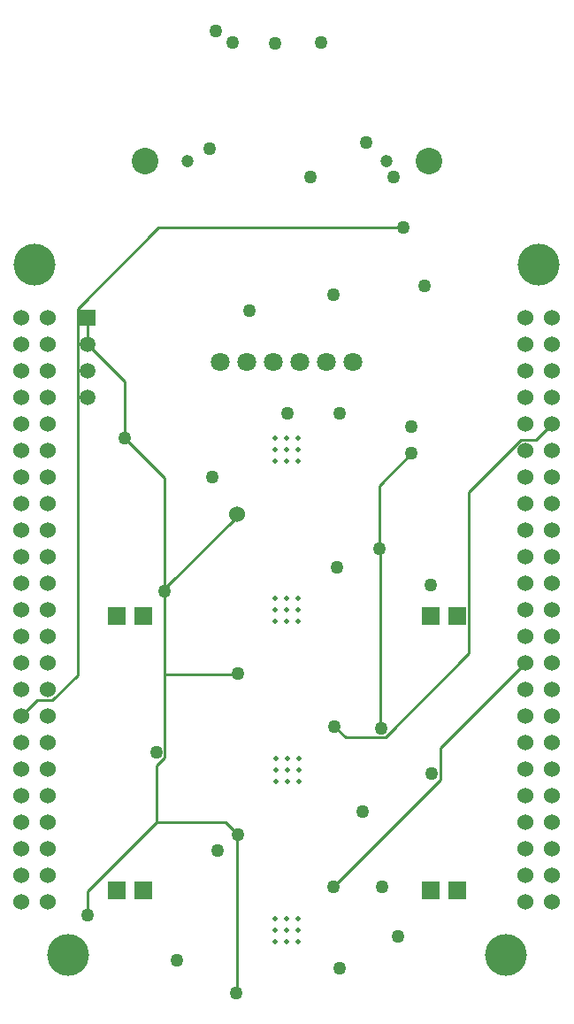
<source format=gbr>
G04 Layer_Physical_Order=3*
G04 Layer_Color=36540*
%FSLAX26Y26*%
%MOIN*%
%TF.FileFunction,Copper,L3,Inr,Signal*%
%TF.Part,Single*%
G01*
G75*
%TA.AperFunction,Conductor*%
%ADD12C,0.010000*%
%TA.AperFunction,ComponentPad*%
%ADD13C,0.157480*%
%ADD14C,0.060000*%
%TA.AperFunction,ViaPad*%
%ADD15C,0.060000*%
%TA.AperFunction,ComponentPad*%
%ADD16C,0.100000*%
%ADD17C,0.047000*%
%ADD18R,0.059055X0.059055*%
%ADD19C,0.059055*%
%ADD20R,0.070866X0.070866*%
%ADD21C,0.070866*%
%TA.AperFunction,ViaPad*%
%ADD22C,0.050000*%
%ADD23C,0.019685*%
D12*
X1251386Y-1541888D02*
X1255694Y-1546196D01*
X711023Y-1949543D02*
X714566Y-1946000D01*
X707480Y-2544008D02*
X711023Y-2540465D01*
Y-1949543D01*
X410000Y-1900000D02*
X668566D01*
X714566Y-1946000D01*
X150000Y-2250000D02*
Y-2160000D01*
X1247078Y-632718D02*
X1370000Y-509796D01*
X1247078Y-870000D02*
Y-632718D01*
Y-870000D02*
X1251386Y-874308D01*
X150000Y-2160000D02*
X410000Y-1900000D01*
Y-1686923D02*
X440000Y-1656923D01*
X710558Y-1344008D02*
X714566Y-1340000D01*
X440000Y-1344008D02*
X710558D01*
X440000D02*
Y-1011614D01*
X150000Y-110000D02*
X160000D01*
X440000Y-1011614D02*
Y-604874D01*
X290000Y-454874D02*
X440000Y-604874D01*
X711614Y-749225D02*
Y-740000D01*
X1251386Y-1541888D02*
Y-874308D01*
X448453Y-1012385D02*
X711614Y-749225D01*
X440772Y-1012385D02*
X448453D01*
X440000Y-1011614D02*
X440772Y-1012385D01*
X410000Y-1900000D02*
Y-1686923D01*
X1076000Y-2143678D02*
X1479566Y-1740112D01*
Y-1620434D02*
X1800000Y-1300000D01*
X1840000Y-460000D02*
X1900000Y-400000D01*
X1585984Y-657447D02*
X1783431Y-460000D01*
X1479566Y-1740112D02*
Y-1620434D01*
X1080000Y-1540000D02*
X1121196Y-1581196D01*
X1585984Y-1265402D02*
Y-657447D01*
X1121196Y-1581196D02*
X1270191D01*
X1585984Y-1265402D01*
X1783431Y-460000D02*
X1840000D01*
X160000Y-110000D02*
X290000Y-240000D01*
X150000Y-110000D02*
Y-10000D01*
X140000Y0D02*
X150000Y-10000D01*
X-40000Y-1440000D02*
X16569D01*
X110473Y-1346096D01*
Y33670D01*
X-100000Y-1500000D02*
X-40000Y-1440000D01*
X110473Y33670D02*
X416803Y340000D01*
X1340000D01*
X290000Y-454874D02*
Y-240000D01*
X440000Y-1656923D02*
Y-1344008D01*
D13*
X1850000Y200000D02*
D03*
X-50000D02*
D03*
X75000Y-2400000D02*
D03*
X1725000D02*
D03*
D14*
X1800000Y0D02*
D03*
Y-100000D02*
D03*
Y-200000D02*
D03*
Y-300000D02*
D03*
Y-400000D02*
D03*
Y-500000D02*
D03*
Y-600000D02*
D03*
Y-700000D02*
D03*
Y-800000D02*
D03*
Y-900000D02*
D03*
Y-1000000D02*
D03*
Y-1100000D02*
D03*
Y-1200000D02*
D03*
Y-1300000D02*
D03*
Y-1400000D02*
D03*
Y-1500000D02*
D03*
Y-1600000D02*
D03*
Y-1700000D02*
D03*
Y-1800000D02*
D03*
Y-1900000D02*
D03*
Y-2000000D02*
D03*
Y-2100000D02*
D03*
Y-2200000D02*
D03*
X1900000Y-100000D02*
D03*
Y-200000D02*
D03*
Y-300000D02*
D03*
Y-400000D02*
D03*
Y-500000D02*
D03*
Y-600000D02*
D03*
Y-700000D02*
D03*
Y-800000D02*
D03*
Y-900000D02*
D03*
Y-1000000D02*
D03*
Y-1100000D02*
D03*
Y-1200000D02*
D03*
Y-1300000D02*
D03*
Y-1400000D02*
D03*
Y-1500000D02*
D03*
Y-1600000D02*
D03*
Y-1700000D02*
D03*
Y-1800000D02*
D03*
Y-1900000D02*
D03*
Y-2000000D02*
D03*
Y-2100000D02*
D03*
Y-2200000D02*
D03*
X0Y0D02*
D03*
X-100000D02*
D03*
Y-100000D02*
D03*
Y-200000D02*
D03*
Y-300000D02*
D03*
Y-400000D02*
D03*
Y-500000D02*
D03*
Y-600000D02*
D03*
Y-700000D02*
D03*
Y-800000D02*
D03*
Y-900000D02*
D03*
Y-1000000D02*
D03*
Y-1100000D02*
D03*
Y-1200000D02*
D03*
Y-1300000D02*
D03*
Y-1400000D02*
D03*
Y-1500000D02*
D03*
Y-1600000D02*
D03*
Y-1700000D02*
D03*
Y-1800000D02*
D03*
Y-1900000D02*
D03*
Y-2000000D02*
D03*
Y-2100000D02*
D03*
Y-2200000D02*
D03*
X0Y-100000D02*
D03*
Y-200000D02*
D03*
Y-300000D02*
D03*
Y-400000D02*
D03*
Y-500000D02*
D03*
Y-600000D02*
D03*
Y-700000D02*
D03*
Y-800000D02*
D03*
Y-900000D02*
D03*
Y-1000000D02*
D03*
Y-1100000D02*
D03*
Y-1200000D02*
D03*
Y-1300000D02*
D03*
Y-1400000D02*
D03*
Y-1500000D02*
D03*
Y-1600000D02*
D03*
Y-1700000D02*
D03*
Y-1800000D02*
D03*
Y-1900000D02*
D03*
Y-2000000D02*
D03*
Y-2100000D02*
D03*
Y-2200000D02*
D03*
X1900000Y0D02*
D03*
D15*
X711614Y-740000D02*
D03*
D16*
X1436200Y590000D02*
D03*
X363800D02*
D03*
D17*
X525700D02*
D03*
X1274300Y588400D02*
D03*
D18*
X150000Y0D02*
D03*
D19*
Y-100000D02*
D03*
Y-200000D02*
D03*
Y-300000D02*
D03*
D20*
X1440551Y-2156000D02*
D03*
X1540551D02*
D03*
X359449D02*
D03*
X259449D02*
D03*
Y-1124897D02*
D03*
X359449D02*
D03*
X1440551D02*
D03*
X1540551D02*
D03*
D21*
X1150000Y-166000D02*
D03*
X1050000D02*
D03*
X950000D02*
D03*
X850000D02*
D03*
X750000D02*
D03*
X650000D02*
D03*
D22*
X693748Y1035992D02*
D03*
X854804Y1034000D02*
D03*
X1027480Y1035992D02*
D03*
X1255694Y-1546196D02*
D03*
X707480Y-2544008D02*
D03*
X714566Y-1946000D02*
D03*
Y-1340000D02*
D03*
X1320000Y-2330000D02*
D03*
X1186536Y-1860000D02*
D03*
X1370000Y-410000D02*
D03*
Y-509796D02*
D03*
X1420000Y120000D02*
D03*
X631000Y1079000D02*
D03*
X607000Y637000D02*
D03*
X1260000Y-2143678D02*
D03*
X1076000D02*
D03*
X1080000Y-1540000D02*
D03*
X1100000Y-360000D02*
D03*
X1090000Y-940000D02*
D03*
X1247078Y-870000D02*
D03*
X620000Y-600000D02*
D03*
X903000Y-360000D02*
D03*
X1100000Y-2450000D02*
D03*
X150000Y-2250000D02*
D03*
X1303180Y530000D02*
D03*
X990000D02*
D03*
X1200000Y660000D02*
D03*
X410000Y-1637426D02*
D03*
X1444566Y-1716000D02*
D03*
X640000Y-2006000D02*
D03*
X485032Y-2421442D02*
D03*
X1076000Y85992D02*
D03*
X440000Y-1030063D02*
D03*
X290000Y-454874D02*
D03*
X1440766Y-1006000D02*
D03*
X760000Y25000D02*
D03*
X1340000Y340000D02*
D03*
D23*
X943306Y-1056694D02*
D03*
X900000D02*
D03*
X856692D02*
D03*
X943306Y-1100000D02*
D03*
X900000D02*
D03*
X856692D02*
D03*
X943306Y-1143308D02*
D03*
X900000D02*
D03*
X856692D02*
D03*
X859692Y-1746308D02*
D03*
X903000D02*
D03*
X946306D02*
D03*
X859692Y-1703000D02*
D03*
X903000D02*
D03*
X946306D02*
D03*
X859692Y-1659694D02*
D03*
X903000D02*
D03*
X946306D02*
D03*
X856692Y-2349308D02*
D03*
X900000D02*
D03*
X943306D02*
D03*
X856692Y-2306000D02*
D03*
X900000D02*
D03*
X943306D02*
D03*
X856692Y-2262694D02*
D03*
X900000D02*
D03*
X943306D02*
D03*
Y-454874D02*
D03*
X900000D02*
D03*
X856692D02*
D03*
X943306Y-498182D02*
D03*
X900000D02*
D03*
X856692D02*
D03*
X943306Y-541488D02*
D03*
X900000D02*
D03*
X856692D02*
D03*
%TF.MD5,a31452ddbe3fcfc460a3d3b239197d5b*%
M02*

</source>
